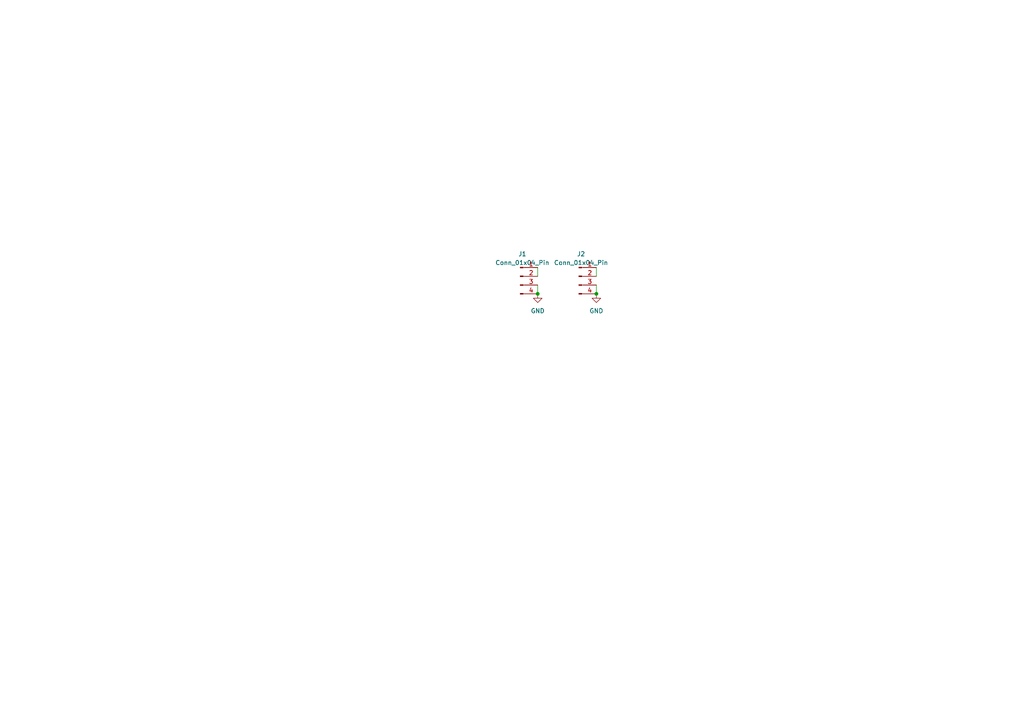
<source format=kicad_sch>
(kicad_sch (version 20230121) (generator eeschema)
  (paper "A4")
  (lib_symbols
    (symbol "Connector:Conn_01x04_Pin" (pin_names (offset 1.016) hide)
      (property "Reference" "J" (at 0 5.08 0))
      (property "Value" "Conn_01x04_Pin" (at 0 -7.62 0))
      (symbol "Conn_01x04_Pin_1_1"
        (polyline (pts (xy 1.27 -5.08) (xy 0.8636 -5.08)) (stroke (width 0.1524)))
        (polyline (pts (xy 1.27 -2.54) (xy 0.8636 -2.54)) (stroke (width 0.1524)))
        (polyline (pts (xy 1.27 0) (xy 0.8636 0)) (stroke (width 0.1524)))
        (polyline (pts (xy 1.27 2.54) (xy 0.8636 2.54)) (stroke (width 0.1524)))
        (rectangle (start 0.8636 -4.953) (end 0 -5.207) (stroke (width 0.1524)) (fill (type outline)))
        (rectangle (start 0.8636 -2.413) (end 0 -2.667) (stroke (width 0.1524)) (fill (type outline)))
        (rectangle (start 0.8636 0.127) (end 0 -0.127) (stroke (width 0.1524)) (fill (type outline)))
        (rectangle (start 0.8636 2.667) (end 0 2.413) (stroke (width 0.1524)) (fill (type outline)))
        (pin passive line (at 5.08 2.54 180) (length 3.81) (name "Pin_1") (number "1"))
        (pin passive line (at 5.08 0 180) (length 3.81) (name "Pin_2") (number "2"))
        (pin passive line (at 5.08 -2.54 180) (length 3.81) (name "Pin_3") (number "3"))
        (pin passive line (at 5.08 -5.08 180) (length 3.81) (name "Pin_4") (number "4"))
      )
    )
    (symbol "power:GND" (power) (pin_names (offset 0))
      (property "Value" "GND" (at 0 -3.81 0))
      (symbol "GND_0_1"
        (polyline (pts (xy 0 0) (xy 0 -1.27) (xy 1.27 -1.27) (xy 0 -2.54) (xy -1.27 -1.27) (xy 0 -1.27)))
      )
      (symbol "GND_1_1"
        (pin power_in line (at 0 0 270) (length 0) hide (name "GND") (number "1"))
      )
    )
  )
  (junction (at 155.956 85.217))
  (junction (at 172.974 85.217))
  (wire (pts (xy 155.956 77.597) (xy 155.956 80.137)))
  (wire (pts (xy 172.974 82.677) (xy 172.974 85.217)))
  (wire (pts (xy 172.974 77.597) (xy 172.974 80.137)))
  (wire (pts (xy 155.956 82.677) (xy 155.956 85.217)))
  (symbol (lib_id "Connector:Conn_01x04_Pin") (at 167.894 80.137 0) (unit 1)
    (property "Reference" "J2" (at 168.529 73.66 0))
    (property "Value" "Conn_01x04_Pin" (at 168.529 76.2 0))
    (property "Footprint" "Connector_PinSocket_2.54mm:PinSocket_1x04_P2.54mm_Vertical" (effects hide))
  )
  (symbol (lib_id "power:GND") (at 155.956 85.217 0) (unit 1)
    (property "Reference" "#PWR02" (effects hide))
    (property "Value" "GND" (at 155.956 90.17 0))
  )
  (symbol (lib_id "power:GND") (at 172.974 85.217 0) (unit 1)
    (property "Reference" "#PWR01" (effects hide))
    (property "Value" "GND" (at 172.974 90.17 0))
  )
  (symbol (lib_id "Connector:Conn_01x04_Pin") (at 150.876 80.137 0) (unit 1)
    (property "Reference" "J1" (at 151.511 73.66 0))
    (property "Value" "Conn_01x04_Pin" (at 151.511 76.2 0))
    (property "Footprint" "Connector_PinSocket_2.54mm:PinSocket_1x04_P2.54mm_Vertical" (effects hide))
  )
)
</source>
